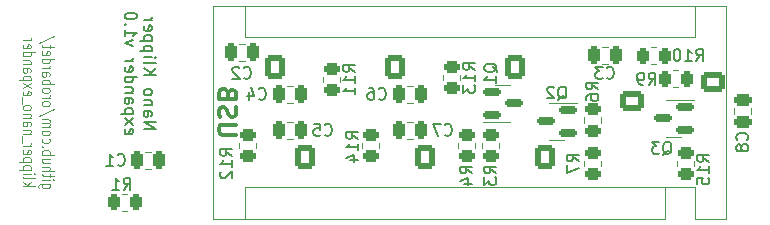
<source format=gbo>
G04 #@! TF.GenerationSoftware,KiCad,Pcbnew,(6.0.4)*
G04 #@! TF.CreationDate,2022-06-19T17:23:47+02:00*
G04 #@! TF.ProjectId,Klipper nano expander,4b6c6970-7065-4722-906e-616e6f206578,1.0*
G04 #@! TF.SameCoordinates,Original*
G04 #@! TF.FileFunction,Legend,Bot*
G04 #@! TF.FilePolarity,Positive*
%FSLAX46Y46*%
G04 Gerber Fmt 4.6, Leading zero omitted, Abs format (unit mm)*
G04 Created by KiCad (PCBNEW (6.0.4)) date 2022-06-19 17:23:47*
%MOMM*%
%LPD*%
G01*
G04 APERTURE LIST*
G04 Aperture macros list*
%AMRoundRect*
0 Rectangle with rounded corners*
0 $1 Rounding radius*
0 $2 $3 $4 $5 $6 $7 $8 $9 X,Y pos of 4 corners*
0 Add a 4 corners polygon primitive as box body*
4,1,4,$2,$3,$4,$5,$6,$7,$8,$9,$2,$3,0*
0 Add four circle primitives for the rounded corners*
1,1,$1+$1,$2,$3*
1,1,$1+$1,$4,$5*
1,1,$1+$1,$6,$7*
1,1,$1+$1,$8,$9*
0 Add four rect primitives between the rounded corners*
20,1,$1+$1,$2,$3,$4,$5,0*
20,1,$1+$1,$4,$5,$6,$7,0*
20,1,$1+$1,$6,$7,$8,$9,0*
20,1,$1+$1,$8,$9,$2,$3,0*%
G04 Aperture macros list end*
%ADD10C,0.100000*%
%ADD11C,0.200000*%
%ADD12C,0.300000*%
%ADD13C,0.150000*%
%ADD14C,0.120000*%
%ADD15RoundRect,0.250000X-0.600000X-0.750000X0.600000X-0.750000X0.600000X0.750000X-0.600000X0.750000X0*%
%ADD16O,1.700000X2.000000*%
%ADD17RoundRect,0.250000X-0.725000X0.600000X-0.725000X-0.600000X0.725000X-0.600000X0.725000X0.600000X0*%
%ADD18O,1.950000X1.700000*%
%ADD19C,2.000000*%
%ADD20C,2.500000*%
%ADD21RoundRect,0.250000X0.600000X0.750000X-0.600000X0.750000X-0.600000X-0.750000X0.600000X-0.750000X0*%
%ADD22R,2.600000X2.600000*%
%ADD23C,2.600000*%
%ADD24RoundRect,0.250000X-0.750000X0.600000X-0.750000X-0.600000X0.750000X-0.600000X0.750000X0.600000X0*%
%ADD25O,2.000000X1.700000*%
%ADD26RoundRect,0.250000X0.450000X-0.262500X0.450000X0.262500X-0.450000X0.262500X-0.450000X-0.262500X0*%
%ADD27RoundRect,0.250000X0.250000X0.475000X-0.250000X0.475000X-0.250000X-0.475000X0.250000X-0.475000X0*%
%ADD28RoundRect,0.250000X-0.250000X-0.475000X0.250000X-0.475000X0.250000X0.475000X-0.250000X0.475000X0*%
%ADD29RoundRect,0.150000X0.587500X0.150000X-0.587500X0.150000X-0.587500X-0.150000X0.587500X-0.150000X0*%
%ADD30RoundRect,0.250000X-0.450000X0.262500X-0.450000X-0.262500X0.450000X-0.262500X0.450000X0.262500X0*%
%ADD31RoundRect,0.250000X0.262500X0.450000X-0.262500X0.450000X-0.262500X-0.450000X0.262500X-0.450000X0*%
%ADD32RoundRect,0.250000X-0.262500X-0.450000X0.262500X-0.450000X0.262500X0.450000X-0.262500X0.450000X0*%
%ADD33C,1.780000*%
%ADD34R,1.600000X1.600000*%
%ADD35O,1.600000X1.600000*%
%ADD36RoundRect,0.250000X0.475000X-0.250000X0.475000X0.250000X-0.475000X0.250000X-0.475000X-0.250000X0*%
%ADD37RoundRect,0.150000X-0.587500X-0.150000X0.587500X-0.150000X0.587500X0.150000X-0.587500X0.150000X0*%
G04 APERTURE END LIST*
D10*
X121669285Y-98527428D02*
X120859761Y-98527428D01*
X120764523Y-98563142D01*
X120716904Y-98598857D01*
X120669285Y-98670285D01*
X120669285Y-98777428D01*
X120716904Y-98848857D01*
X121050238Y-98527428D02*
X121002619Y-98598857D01*
X121002619Y-98741714D01*
X121050238Y-98813142D01*
X121097857Y-98848857D01*
X121193095Y-98884571D01*
X121478809Y-98884571D01*
X121574047Y-98848857D01*
X121621666Y-98813142D01*
X121669285Y-98741714D01*
X121669285Y-98598857D01*
X121621666Y-98527428D01*
X121002619Y-98170285D02*
X121669285Y-98170285D01*
X122002619Y-98170285D02*
X121955000Y-98206000D01*
X121907380Y-98170285D01*
X121955000Y-98134571D01*
X122002619Y-98170285D01*
X121907380Y-98170285D01*
X121669285Y-97920285D02*
X121669285Y-97634571D01*
X122002619Y-97813142D02*
X121145476Y-97813142D01*
X121050238Y-97777428D01*
X121002619Y-97706000D01*
X121002619Y-97634571D01*
X121002619Y-97384571D02*
X122002619Y-97384571D01*
X121002619Y-97063142D02*
X121526428Y-97063142D01*
X121621666Y-97098857D01*
X121669285Y-97170285D01*
X121669285Y-97277428D01*
X121621666Y-97348857D01*
X121574047Y-97384571D01*
X121669285Y-96384571D02*
X121002619Y-96384571D01*
X121669285Y-96706000D02*
X121145476Y-96706000D01*
X121050238Y-96670285D01*
X121002619Y-96598857D01*
X121002619Y-96491714D01*
X121050238Y-96420285D01*
X121097857Y-96384571D01*
X121002619Y-96027428D02*
X122002619Y-96027428D01*
X121621666Y-96027428D02*
X121669285Y-95956000D01*
X121669285Y-95813142D01*
X121621666Y-95741714D01*
X121574047Y-95706000D01*
X121478809Y-95670285D01*
X121193095Y-95670285D01*
X121097857Y-95706000D01*
X121050238Y-95741714D01*
X121002619Y-95813142D01*
X121002619Y-95956000D01*
X121050238Y-96027428D01*
X121097857Y-95348857D02*
X121050238Y-95313142D01*
X121002619Y-95348857D01*
X121050238Y-95384571D01*
X121097857Y-95348857D01*
X121002619Y-95348857D01*
X121050238Y-94670285D02*
X121002619Y-94741714D01*
X121002619Y-94884571D01*
X121050238Y-94956000D01*
X121097857Y-94991714D01*
X121193095Y-95027428D01*
X121478809Y-95027428D01*
X121574047Y-94991714D01*
X121621666Y-94956000D01*
X121669285Y-94884571D01*
X121669285Y-94741714D01*
X121621666Y-94670285D01*
X121002619Y-94241714D02*
X121050238Y-94313142D01*
X121097857Y-94348857D01*
X121193095Y-94384571D01*
X121478809Y-94384571D01*
X121574047Y-94348857D01*
X121621666Y-94313142D01*
X121669285Y-94241714D01*
X121669285Y-94134571D01*
X121621666Y-94063142D01*
X121574047Y-94027428D01*
X121478809Y-93991714D01*
X121193095Y-93991714D01*
X121097857Y-94027428D01*
X121050238Y-94063142D01*
X121002619Y-94134571D01*
X121002619Y-94241714D01*
X121002619Y-93670285D02*
X121669285Y-93670285D01*
X121574047Y-93670285D02*
X121621666Y-93634571D01*
X121669285Y-93563142D01*
X121669285Y-93456000D01*
X121621666Y-93384571D01*
X121526428Y-93348857D01*
X121002619Y-93348857D01*
X121526428Y-93348857D02*
X121621666Y-93313142D01*
X121669285Y-93241714D01*
X121669285Y-93134571D01*
X121621666Y-93063142D01*
X121526428Y-93027428D01*
X121002619Y-93027428D01*
X122050238Y-92134571D02*
X120764523Y-92777428D01*
X121002619Y-91777428D02*
X121050238Y-91848857D01*
X121097857Y-91884571D01*
X121193095Y-91920285D01*
X121478809Y-91920285D01*
X121574047Y-91884571D01*
X121621666Y-91848857D01*
X121669285Y-91777428D01*
X121669285Y-91670285D01*
X121621666Y-91598857D01*
X121574047Y-91563142D01*
X121478809Y-91527428D01*
X121193095Y-91527428D01*
X121097857Y-91563142D01*
X121050238Y-91598857D01*
X121002619Y-91670285D01*
X121002619Y-91777428D01*
X121002619Y-91206000D02*
X121669285Y-91206000D01*
X121478809Y-91206000D02*
X121574047Y-91170285D01*
X121621666Y-91134571D01*
X121669285Y-91063142D01*
X121669285Y-90991714D01*
X121002619Y-90634571D02*
X121050238Y-90706000D01*
X121097857Y-90741714D01*
X121193095Y-90777428D01*
X121478809Y-90777428D01*
X121574047Y-90741714D01*
X121621666Y-90706000D01*
X121669285Y-90634571D01*
X121669285Y-90527428D01*
X121621666Y-90456000D01*
X121574047Y-90420285D01*
X121478809Y-90384571D01*
X121193095Y-90384571D01*
X121097857Y-90420285D01*
X121050238Y-90456000D01*
X121002619Y-90527428D01*
X121002619Y-90634571D01*
X121002619Y-90063142D02*
X122002619Y-90063142D01*
X121621666Y-90063142D02*
X121669285Y-89991714D01*
X121669285Y-89848857D01*
X121621666Y-89777428D01*
X121574047Y-89741714D01*
X121478809Y-89706000D01*
X121193095Y-89706000D01*
X121097857Y-89741714D01*
X121050238Y-89777428D01*
X121002619Y-89848857D01*
X121002619Y-89991714D01*
X121050238Y-90063142D01*
X121002619Y-89063142D02*
X121526428Y-89063142D01*
X121621666Y-89098857D01*
X121669285Y-89170285D01*
X121669285Y-89313142D01*
X121621666Y-89384571D01*
X121050238Y-89063142D02*
X121002619Y-89134571D01*
X121002619Y-89313142D01*
X121050238Y-89384571D01*
X121145476Y-89420285D01*
X121240714Y-89420285D01*
X121335952Y-89384571D01*
X121383571Y-89313142D01*
X121383571Y-89134571D01*
X121431190Y-89063142D01*
X121002619Y-88706000D02*
X121669285Y-88706000D01*
X121478809Y-88706000D02*
X121574047Y-88670285D01*
X121621666Y-88634571D01*
X121669285Y-88563142D01*
X121669285Y-88491714D01*
X121002619Y-87920285D02*
X122002619Y-87920285D01*
X121050238Y-87920285D02*
X121002619Y-87991714D01*
X121002619Y-88134571D01*
X121050238Y-88206000D01*
X121097857Y-88241714D01*
X121193095Y-88277428D01*
X121478809Y-88277428D01*
X121574047Y-88241714D01*
X121621666Y-88206000D01*
X121669285Y-88134571D01*
X121669285Y-87991714D01*
X121621666Y-87920285D01*
X121050238Y-87277428D02*
X121002619Y-87348857D01*
X121002619Y-87491714D01*
X121050238Y-87563142D01*
X121145476Y-87598857D01*
X121526428Y-87598857D01*
X121621666Y-87563142D01*
X121669285Y-87491714D01*
X121669285Y-87348857D01*
X121621666Y-87277428D01*
X121526428Y-87241714D01*
X121431190Y-87241714D01*
X121335952Y-87598857D01*
X121669285Y-87027428D02*
X121669285Y-86741714D01*
X122002619Y-86920285D02*
X121145476Y-86920285D01*
X121050238Y-86884571D01*
X121002619Y-86813142D01*
X121002619Y-86741714D01*
X122050238Y-85956000D02*
X120764523Y-86598857D01*
X119392619Y-98652428D02*
X120392619Y-98652428D01*
X119773571Y-98581000D02*
X119392619Y-98366714D01*
X120059285Y-98366714D02*
X119678333Y-98652428D01*
X119392619Y-97938142D02*
X119440238Y-98009571D01*
X119535476Y-98045285D01*
X120392619Y-98045285D01*
X119392619Y-97652428D02*
X120059285Y-97652428D01*
X120392619Y-97652428D02*
X120345000Y-97688142D01*
X120297380Y-97652428D01*
X120345000Y-97616714D01*
X120392619Y-97652428D01*
X120297380Y-97652428D01*
X120059285Y-97295285D02*
X119059285Y-97295285D01*
X120011666Y-97295285D02*
X120059285Y-97223857D01*
X120059285Y-97081000D01*
X120011666Y-97009571D01*
X119964047Y-96973857D01*
X119868809Y-96938142D01*
X119583095Y-96938142D01*
X119487857Y-96973857D01*
X119440238Y-97009571D01*
X119392619Y-97081000D01*
X119392619Y-97223857D01*
X119440238Y-97295285D01*
X120059285Y-96616714D02*
X119059285Y-96616714D01*
X120011666Y-96616714D02*
X120059285Y-96545285D01*
X120059285Y-96402428D01*
X120011666Y-96331000D01*
X119964047Y-96295285D01*
X119868809Y-96259571D01*
X119583095Y-96259571D01*
X119487857Y-96295285D01*
X119440238Y-96331000D01*
X119392619Y-96402428D01*
X119392619Y-96545285D01*
X119440238Y-96616714D01*
X119440238Y-95652428D02*
X119392619Y-95723857D01*
X119392619Y-95866714D01*
X119440238Y-95938142D01*
X119535476Y-95973857D01*
X119916428Y-95973857D01*
X120011666Y-95938142D01*
X120059285Y-95866714D01*
X120059285Y-95723857D01*
X120011666Y-95652428D01*
X119916428Y-95616714D01*
X119821190Y-95616714D01*
X119725952Y-95973857D01*
X119392619Y-95295285D02*
X120059285Y-95295285D01*
X119868809Y-95295285D02*
X119964047Y-95259571D01*
X120011666Y-95223857D01*
X120059285Y-95152428D01*
X120059285Y-95081000D01*
X119297380Y-95009571D02*
X119297380Y-94438142D01*
X120059285Y-94259571D02*
X119392619Y-94259571D01*
X119964047Y-94259571D02*
X120011666Y-94223857D01*
X120059285Y-94152428D01*
X120059285Y-94045285D01*
X120011666Y-93973857D01*
X119916428Y-93938142D01*
X119392619Y-93938142D01*
X119392619Y-93259571D02*
X119916428Y-93259571D01*
X120011666Y-93295285D01*
X120059285Y-93366714D01*
X120059285Y-93509571D01*
X120011666Y-93581000D01*
X119440238Y-93259571D02*
X119392619Y-93331000D01*
X119392619Y-93509571D01*
X119440238Y-93581000D01*
X119535476Y-93616714D01*
X119630714Y-93616714D01*
X119725952Y-93581000D01*
X119773571Y-93509571D01*
X119773571Y-93331000D01*
X119821190Y-93259571D01*
X120059285Y-92902428D02*
X119392619Y-92902428D01*
X119964047Y-92902428D02*
X120011666Y-92866714D01*
X120059285Y-92795285D01*
X120059285Y-92688142D01*
X120011666Y-92616714D01*
X119916428Y-92581000D01*
X119392619Y-92581000D01*
X119392619Y-92116714D02*
X119440238Y-92188142D01*
X119487857Y-92223857D01*
X119583095Y-92259571D01*
X119868809Y-92259571D01*
X119964047Y-92223857D01*
X120011666Y-92188142D01*
X120059285Y-92116714D01*
X120059285Y-92009571D01*
X120011666Y-91938142D01*
X119964047Y-91902428D01*
X119868809Y-91866714D01*
X119583095Y-91866714D01*
X119487857Y-91902428D01*
X119440238Y-91938142D01*
X119392619Y-92009571D01*
X119392619Y-92116714D01*
X119297380Y-91723857D02*
X119297380Y-91152428D01*
X119440238Y-90688142D02*
X119392619Y-90759571D01*
X119392619Y-90902428D01*
X119440238Y-90973857D01*
X119535476Y-91009571D01*
X119916428Y-91009571D01*
X120011666Y-90973857D01*
X120059285Y-90902428D01*
X120059285Y-90759571D01*
X120011666Y-90688142D01*
X119916428Y-90652428D01*
X119821190Y-90652428D01*
X119725952Y-91009571D01*
X119392619Y-90402428D02*
X120059285Y-90009571D01*
X120059285Y-90402428D02*
X119392619Y-90009571D01*
X120059285Y-89723857D02*
X119059285Y-89723857D01*
X120011666Y-89723857D02*
X120059285Y-89652428D01*
X120059285Y-89509571D01*
X120011666Y-89438142D01*
X119964047Y-89402428D01*
X119868809Y-89366714D01*
X119583095Y-89366714D01*
X119487857Y-89402428D01*
X119440238Y-89438142D01*
X119392619Y-89509571D01*
X119392619Y-89652428D01*
X119440238Y-89723857D01*
X119392619Y-88723857D02*
X119916428Y-88723857D01*
X120011666Y-88759571D01*
X120059285Y-88831000D01*
X120059285Y-88973857D01*
X120011666Y-89045285D01*
X119440238Y-88723857D02*
X119392619Y-88795285D01*
X119392619Y-88973857D01*
X119440238Y-89045285D01*
X119535476Y-89081000D01*
X119630714Y-89081000D01*
X119725952Y-89045285D01*
X119773571Y-88973857D01*
X119773571Y-88795285D01*
X119821190Y-88723857D01*
X120059285Y-88366714D02*
X119392619Y-88366714D01*
X119964047Y-88366714D02*
X120011666Y-88331000D01*
X120059285Y-88259571D01*
X120059285Y-88152428D01*
X120011666Y-88081000D01*
X119916428Y-88045285D01*
X119392619Y-88045285D01*
X119392619Y-87366714D02*
X120392619Y-87366714D01*
X119440238Y-87366714D02*
X119392619Y-87438142D01*
X119392619Y-87581000D01*
X119440238Y-87652428D01*
X119487857Y-87688142D01*
X119583095Y-87723857D01*
X119868809Y-87723857D01*
X119964047Y-87688142D01*
X120011666Y-87652428D01*
X120059285Y-87581000D01*
X120059285Y-87438142D01*
X120011666Y-87366714D01*
X119440238Y-86723857D02*
X119392619Y-86795285D01*
X119392619Y-86938142D01*
X119440238Y-87009571D01*
X119535476Y-87045285D01*
X119916428Y-87045285D01*
X120011666Y-87009571D01*
X120059285Y-86938142D01*
X120059285Y-86795285D01*
X120011666Y-86723857D01*
X119916428Y-86688142D01*
X119821190Y-86688142D01*
X119725952Y-87045285D01*
X119392619Y-86366714D02*
X120059285Y-86366714D01*
X119868809Y-86366714D02*
X119964047Y-86331000D01*
X120011666Y-86295285D01*
X120059285Y-86223857D01*
X120059285Y-86152428D01*
D11*
X129638619Y-93820666D02*
X130638619Y-93820666D01*
X129638619Y-93249238D01*
X130638619Y-93249238D01*
X129638619Y-92344476D02*
X130162428Y-92344476D01*
X130257666Y-92392095D01*
X130305285Y-92487333D01*
X130305285Y-92677809D01*
X130257666Y-92773047D01*
X129686238Y-92344476D02*
X129638619Y-92439714D01*
X129638619Y-92677809D01*
X129686238Y-92773047D01*
X129781476Y-92820666D01*
X129876714Y-92820666D01*
X129971952Y-92773047D01*
X130019571Y-92677809D01*
X130019571Y-92439714D01*
X130067190Y-92344476D01*
X130305285Y-91868285D02*
X129638619Y-91868285D01*
X130210047Y-91868285D02*
X130257666Y-91820666D01*
X130305285Y-91725428D01*
X130305285Y-91582571D01*
X130257666Y-91487333D01*
X130162428Y-91439714D01*
X129638619Y-91439714D01*
X129638619Y-90820666D02*
X129686238Y-90915904D01*
X129733857Y-90963523D01*
X129829095Y-91011142D01*
X130114809Y-91011142D01*
X130210047Y-90963523D01*
X130257666Y-90915904D01*
X130305285Y-90820666D01*
X130305285Y-90677809D01*
X130257666Y-90582571D01*
X130210047Y-90534952D01*
X130114809Y-90487333D01*
X129829095Y-90487333D01*
X129733857Y-90534952D01*
X129686238Y-90582571D01*
X129638619Y-90677809D01*
X129638619Y-90820666D01*
X129638619Y-89296857D02*
X130638619Y-89296857D01*
X129638619Y-88725428D02*
X130210047Y-89154000D01*
X130638619Y-88725428D02*
X130067190Y-89296857D01*
X129638619Y-88154000D02*
X129686238Y-88249238D01*
X129781476Y-88296857D01*
X130638619Y-88296857D01*
X129638619Y-87773047D02*
X130305285Y-87773047D01*
X130638619Y-87773047D02*
X130591000Y-87820666D01*
X130543380Y-87773047D01*
X130591000Y-87725428D01*
X130638619Y-87773047D01*
X130543380Y-87773047D01*
X130305285Y-87296857D02*
X129305285Y-87296857D01*
X130257666Y-87296857D02*
X130305285Y-87201619D01*
X130305285Y-87011142D01*
X130257666Y-86915904D01*
X130210047Y-86868285D01*
X130114809Y-86820666D01*
X129829095Y-86820666D01*
X129733857Y-86868285D01*
X129686238Y-86915904D01*
X129638619Y-87011142D01*
X129638619Y-87201619D01*
X129686238Y-87296857D01*
X130305285Y-86392095D02*
X129305285Y-86392095D01*
X130257666Y-86392095D02*
X130305285Y-86296857D01*
X130305285Y-86106380D01*
X130257666Y-86011142D01*
X130210047Y-85963523D01*
X130114809Y-85915904D01*
X129829095Y-85915904D01*
X129733857Y-85963523D01*
X129686238Y-86011142D01*
X129638619Y-86106380D01*
X129638619Y-86296857D01*
X129686238Y-86392095D01*
X129686238Y-85106380D02*
X129638619Y-85201619D01*
X129638619Y-85392095D01*
X129686238Y-85487333D01*
X129781476Y-85534952D01*
X130162428Y-85534952D01*
X130257666Y-85487333D01*
X130305285Y-85392095D01*
X130305285Y-85201619D01*
X130257666Y-85106380D01*
X130162428Y-85058761D01*
X130067190Y-85058761D01*
X129971952Y-85534952D01*
X129638619Y-84630190D02*
X130305285Y-84630190D01*
X130114809Y-84630190D02*
X130210047Y-84582571D01*
X130257666Y-84534952D01*
X130305285Y-84439714D01*
X130305285Y-84344476D01*
X128076238Y-93868285D02*
X128028619Y-93963523D01*
X128028619Y-94154000D01*
X128076238Y-94249238D01*
X128171476Y-94296857D01*
X128552428Y-94296857D01*
X128647666Y-94249238D01*
X128695285Y-94154000D01*
X128695285Y-93963523D01*
X128647666Y-93868285D01*
X128552428Y-93820666D01*
X128457190Y-93820666D01*
X128361952Y-94296857D01*
X128028619Y-93487333D02*
X128695285Y-92963523D01*
X128695285Y-93487333D02*
X128028619Y-92963523D01*
X128695285Y-92582571D02*
X127695285Y-92582571D01*
X128647666Y-92582571D02*
X128695285Y-92487333D01*
X128695285Y-92296857D01*
X128647666Y-92201619D01*
X128600047Y-92154000D01*
X128504809Y-92106380D01*
X128219095Y-92106380D01*
X128123857Y-92154000D01*
X128076238Y-92201619D01*
X128028619Y-92296857D01*
X128028619Y-92487333D01*
X128076238Y-92582571D01*
X128028619Y-91249238D02*
X128552428Y-91249238D01*
X128647666Y-91296857D01*
X128695285Y-91392095D01*
X128695285Y-91582571D01*
X128647666Y-91677809D01*
X128076238Y-91249238D02*
X128028619Y-91344476D01*
X128028619Y-91582571D01*
X128076238Y-91677809D01*
X128171476Y-91725428D01*
X128266714Y-91725428D01*
X128361952Y-91677809D01*
X128409571Y-91582571D01*
X128409571Y-91344476D01*
X128457190Y-91249238D01*
X128695285Y-90773047D02*
X128028619Y-90773047D01*
X128600047Y-90773047D02*
X128647666Y-90725428D01*
X128695285Y-90630190D01*
X128695285Y-90487333D01*
X128647666Y-90392095D01*
X128552428Y-90344476D01*
X128028619Y-90344476D01*
X128028619Y-89439714D02*
X129028619Y-89439714D01*
X128076238Y-89439714D02*
X128028619Y-89534952D01*
X128028619Y-89725428D01*
X128076238Y-89820666D01*
X128123857Y-89868285D01*
X128219095Y-89915904D01*
X128504809Y-89915904D01*
X128600047Y-89868285D01*
X128647666Y-89820666D01*
X128695285Y-89725428D01*
X128695285Y-89534952D01*
X128647666Y-89439714D01*
X128076238Y-88582571D02*
X128028619Y-88677809D01*
X128028619Y-88868285D01*
X128076238Y-88963523D01*
X128171476Y-89011142D01*
X128552428Y-89011142D01*
X128647666Y-88963523D01*
X128695285Y-88868285D01*
X128695285Y-88677809D01*
X128647666Y-88582571D01*
X128552428Y-88534952D01*
X128457190Y-88534952D01*
X128361952Y-89011142D01*
X128028619Y-88106380D02*
X128695285Y-88106380D01*
X128504809Y-88106380D02*
X128600047Y-88058761D01*
X128647666Y-88011142D01*
X128695285Y-87915904D01*
X128695285Y-87820666D01*
X128695285Y-86820666D02*
X128028619Y-86582571D01*
X128695285Y-86344476D01*
X128028619Y-85439714D02*
X128028619Y-86011142D01*
X128028619Y-85725428D02*
X129028619Y-85725428D01*
X128885761Y-85820666D01*
X128790523Y-85915904D01*
X128742904Y-86011142D01*
X128123857Y-85011142D02*
X128076238Y-84963523D01*
X128028619Y-85011142D01*
X128076238Y-85058761D01*
X128123857Y-85011142D01*
X128028619Y-85011142D01*
X129028619Y-84344476D02*
X129028619Y-84249238D01*
X128981000Y-84154000D01*
X128933380Y-84106380D01*
X128838142Y-84058761D01*
X128647666Y-84011142D01*
X128409571Y-84011142D01*
X128219095Y-84058761D01*
X128123857Y-84106380D01*
X128076238Y-84154000D01*
X128028619Y-84249238D01*
X128028619Y-84344476D01*
X128076238Y-84439714D01*
X128123857Y-84487333D01*
X128219095Y-84534952D01*
X128409571Y-84582571D01*
X128647666Y-84582571D01*
X128838142Y-84534952D01*
X128933380Y-84487333D01*
X128981000Y-84439714D01*
X129028619Y-84344476D01*
D12*
X137473428Y-94348857D02*
X136259142Y-94348857D01*
X136116285Y-94277428D01*
X136044857Y-94206000D01*
X135973428Y-94063142D01*
X135973428Y-93777428D01*
X136044857Y-93634571D01*
X136116285Y-93563142D01*
X136259142Y-93491714D01*
X137473428Y-93491714D01*
X136044857Y-92848857D02*
X135973428Y-92634571D01*
X135973428Y-92277428D01*
X136044857Y-92134571D01*
X136116285Y-92063142D01*
X136259142Y-91991714D01*
X136402000Y-91991714D01*
X136544857Y-92063142D01*
X136616285Y-92134571D01*
X136687714Y-92277428D01*
X136759142Y-92563142D01*
X136830571Y-92706000D01*
X136902000Y-92777428D01*
X137044857Y-92848857D01*
X137187714Y-92848857D01*
X137330571Y-92777428D01*
X137402000Y-92706000D01*
X137473428Y-92563142D01*
X137473428Y-92206000D01*
X137402000Y-91991714D01*
X136759142Y-90848857D02*
X136687714Y-90634571D01*
X136616285Y-90563142D01*
X136473428Y-90491714D01*
X136259142Y-90491714D01*
X136116285Y-90563142D01*
X136044857Y-90634571D01*
X135973428Y-90777428D01*
X135973428Y-91348857D01*
X137473428Y-91348857D01*
X137473428Y-90848857D01*
X137402000Y-90706000D01*
X137330571Y-90634571D01*
X137187714Y-90563142D01*
X137044857Y-90563142D01*
X136902000Y-90634571D01*
X136830571Y-90706000D01*
X136759142Y-90848857D01*
X136759142Y-91348857D01*
D13*
X157424380Y-97623333D02*
X156948190Y-97290000D01*
X157424380Y-97051904D02*
X156424380Y-97051904D01*
X156424380Y-97432857D01*
X156472000Y-97528095D01*
X156519619Y-97575714D01*
X156614857Y-97623333D01*
X156757714Y-97623333D01*
X156852952Y-97575714D01*
X156900571Y-97528095D01*
X156948190Y-97432857D01*
X156948190Y-97051904D01*
X156757714Y-98480476D02*
X157424380Y-98480476D01*
X156376761Y-98242380D02*
X157091047Y-98004285D01*
X157091047Y-98623333D01*
X144946666Y-94337142D02*
X144994285Y-94384761D01*
X145137142Y-94432380D01*
X145232380Y-94432380D01*
X145375238Y-94384761D01*
X145470476Y-94289523D01*
X145518095Y-94194285D01*
X145565714Y-94003809D01*
X145565714Y-93860952D01*
X145518095Y-93670476D01*
X145470476Y-93575238D01*
X145375238Y-93480000D01*
X145232380Y-93432380D01*
X145137142Y-93432380D01*
X144994285Y-93480000D01*
X144946666Y-93527619D01*
X144041904Y-93432380D02*
X144518095Y-93432380D01*
X144565714Y-93908571D01*
X144518095Y-93860952D01*
X144422857Y-93813333D01*
X144184761Y-93813333D01*
X144089523Y-93860952D01*
X144041904Y-93908571D01*
X143994285Y-94003809D01*
X143994285Y-94241904D01*
X144041904Y-94337142D01*
X144089523Y-94384761D01*
X144184761Y-94432380D01*
X144422857Y-94432380D01*
X144518095Y-94384761D01*
X144565714Y-94337142D01*
X149518666Y-91289142D02*
X149566285Y-91336761D01*
X149709142Y-91384380D01*
X149804380Y-91384380D01*
X149947238Y-91336761D01*
X150042476Y-91241523D01*
X150090095Y-91146285D01*
X150137714Y-90955809D01*
X150137714Y-90812952D01*
X150090095Y-90622476D01*
X150042476Y-90527238D01*
X149947238Y-90432000D01*
X149804380Y-90384380D01*
X149709142Y-90384380D01*
X149566285Y-90432000D01*
X149518666Y-90479619D01*
X148661523Y-90384380D02*
X148852000Y-90384380D01*
X148947238Y-90432000D01*
X148994857Y-90479619D01*
X149090095Y-90622476D01*
X149137714Y-90812952D01*
X149137714Y-91193904D01*
X149090095Y-91289142D01*
X149042476Y-91336761D01*
X148947238Y-91384380D01*
X148756761Y-91384380D01*
X148661523Y-91336761D01*
X148613904Y-91289142D01*
X148566285Y-91193904D01*
X148566285Y-90955809D01*
X148613904Y-90860571D01*
X148661523Y-90812952D01*
X148756761Y-90765333D01*
X148947238Y-90765333D01*
X149042476Y-90812952D01*
X149090095Y-90860571D01*
X149137714Y-90955809D01*
X164687238Y-91365619D02*
X164782476Y-91318000D01*
X164877714Y-91222761D01*
X165020571Y-91079904D01*
X165115809Y-91032285D01*
X165211047Y-91032285D01*
X165163428Y-91270380D02*
X165258666Y-91222761D01*
X165353904Y-91127523D01*
X165401523Y-90937047D01*
X165401523Y-90603714D01*
X165353904Y-90413238D01*
X165258666Y-90318000D01*
X165163428Y-90270380D01*
X164972952Y-90270380D01*
X164877714Y-90318000D01*
X164782476Y-90413238D01*
X164734857Y-90603714D01*
X164734857Y-90937047D01*
X164782476Y-91127523D01*
X164877714Y-91222761D01*
X164972952Y-91270380D01*
X165163428Y-91270380D01*
X164353904Y-90365619D02*
X164306285Y-90318000D01*
X164211047Y-90270380D01*
X163972952Y-90270380D01*
X163877714Y-90318000D01*
X163830095Y-90365619D01*
X163782476Y-90460857D01*
X163782476Y-90556095D01*
X163830095Y-90698952D01*
X164401523Y-91270380D01*
X163782476Y-91270380D01*
X177490380Y-96639142D02*
X177014190Y-96305809D01*
X177490380Y-96067714D02*
X176490380Y-96067714D01*
X176490380Y-96448666D01*
X176538000Y-96543904D01*
X176585619Y-96591523D01*
X176680857Y-96639142D01*
X176823714Y-96639142D01*
X176918952Y-96591523D01*
X176966571Y-96543904D01*
X177014190Y-96448666D01*
X177014190Y-96067714D01*
X177490380Y-97591523D02*
X177490380Y-97020095D01*
X177490380Y-97305809D02*
X176490380Y-97305809D01*
X176633238Y-97210571D01*
X176728476Y-97115333D01*
X176776095Y-97020095D01*
X176490380Y-98496285D02*
X176490380Y-98020095D01*
X176966571Y-97972476D01*
X176918952Y-98020095D01*
X176871333Y-98115333D01*
X176871333Y-98353428D01*
X176918952Y-98448666D01*
X176966571Y-98496285D01*
X177061809Y-98543904D01*
X177299904Y-98543904D01*
X177395142Y-98496285D01*
X177442761Y-98448666D01*
X177490380Y-98353428D01*
X177490380Y-98115333D01*
X177442761Y-98020095D01*
X177395142Y-97972476D01*
X147772380Y-94710642D02*
X147296190Y-94377309D01*
X147772380Y-94139214D02*
X146772380Y-94139214D01*
X146772380Y-94520166D01*
X146820000Y-94615404D01*
X146867619Y-94663023D01*
X146962857Y-94710642D01*
X147105714Y-94710642D01*
X147200952Y-94663023D01*
X147248571Y-94615404D01*
X147296190Y-94520166D01*
X147296190Y-94139214D01*
X147772380Y-95663023D02*
X147772380Y-95091595D01*
X147772380Y-95377309D02*
X146772380Y-95377309D01*
X146915238Y-95282071D01*
X147010476Y-95186833D01*
X147058095Y-95091595D01*
X147105714Y-96520166D02*
X147772380Y-96520166D01*
X146724761Y-96282071D02*
X147439047Y-96043976D01*
X147439047Y-96663023D01*
X176392979Y-88110101D02*
X176726312Y-87633911D01*
X176964407Y-88110101D02*
X176964407Y-87110101D01*
X176583455Y-87110101D01*
X176488217Y-87157721D01*
X176440598Y-87205340D01*
X176392979Y-87300578D01*
X176392979Y-87443435D01*
X176440598Y-87538673D01*
X176488217Y-87586292D01*
X176583455Y-87633911D01*
X176964407Y-87633911D01*
X175440598Y-88110101D02*
X176012026Y-88110101D01*
X175726312Y-88110101D02*
X175726312Y-87110101D01*
X175821550Y-87252959D01*
X175916788Y-87348197D01*
X176012026Y-87395816D01*
X174821550Y-87110101D02*
X174726312Y-87110101D01*
X174631074Y-87157721D01*
X174583455Y-87205340D01*
X174535836Y-87300578D01*
X174488217Y-87491054D01*
X174488217Y-87729149D01*
X174535836Y-87919625D01*
X174583455Y-88014863D01*
X174631074Y-88062482D01*
X174726312Y-88110101D01*
X174821550Y-88110101D01*
X174916788Y-88062482D01*
X174964407Y-88014863D01*
X175012026Y-87919625D01*
X175059645Y-87729149D01*
X175059645Y-87491054D01*
X175012026Y-87300578D01*
X174964407Y-87205340D01*
X174916788Y-87157721D01*
X174821550Y-87110101D01*
X168092380Y-90511333D02*
X167616190Y-90178000D01*
X168092380Y-89939904D02*
X167092380Y-89939904D01*
X167092380Y-90320857D01*
X167140000Y-90416095D01*
X167187619Y-90463714D01*
X167282857Y-90511333D01*
X167425714Y-90511333D01*
X167520952Y-90463714D01*
X167568571Y-90416095D01*
X167616190Y-90320857D01*
X167616190Y-89939904D01*
X167092380Y-91368476D02*
X167092380Y-91178000D01*
X167140000Y-91082761D01*
X167187619Y-91035142D01*
X167330476Y-90939904D01*
X167520952Y-90892285D01*
X167901904Y-90892285D01*
X167997142Y-90939904D01*
X168044761Y-90987523D01*
X168092380Y-91082761D01*
X168092380Y-91273238D01*
X168044761Y-91368476D01*
X167997142Y-91416095D01*
X167901904Y-91463714D01*
X167663809Y-91463714D01*
X167568571Y-91416095D01*
X167520952Y-91368476D01*
X167473333Y-91273238D01*
X167473333Y-91082761D01*
X167520952Y-90987523D01*
X167568571Y-90939904D01*
X167663809Y-90892285D01*
X168822666Y-89511142D02*
X168870285Y-89558761D01*
X169013142Y-89606380D01*
X169108380Y-89606380D01*
X169251238Y-89558761D01*
X169346476Y-89463523D01*
X169394095Y-89368285D01*
X169441714Y-89177809D01*
X169441714Y-89034952D01*
X169394095Y-88844476D01*
X169346476Y-88749238D01*
X169251238Y-88654000D01*
X169108380Y-88606380D01*
X169013142Y-88606380D01*
X168870285Y-88654000D01*
X168822666Y-88701619D01*
X168489333Y-88606380D02*
X167870285Y-88606380D01*
X168203619Y-88987333D01*
X168060761Y-88987333D01*
X167965523Y-89034952D01*
X167917904Y-89082571D01*
X167870285Y-89177809D01*
X167870285Y-89415904D01*
X167917904Y-89511142D01*
X167965523Y-89558761D01*
X168060761Y-89606380D01*
X168346476Y-89606380D01*
X168441714Y-89558761D01*
X168489333Y-89511142D01*
X172378666Y-90114380D02*
X172712000Y-89638190D01*
X172950095Y-90114380D02*
X172950095Y-89114380D01*
X172569142Y-89114380D01*
X172473904Y-89162000D01*
X172426285Y-89209619D01*
X172378666Y-89304857D01*
X172378666Y-89447714D01*
X172426285Y-89542952D01*
X172473904Y-89590571D01*
X172569142Y-89638190D01*
X172950095Y-89638190D01*
X171902476Y-90114380D02*
X171712000Y-90114380D01*
X171616761Y-90066761D01*
X171569142Y-90019142D01*
X171473904Y-89876285D01*
X171426285Y-89685809D01*
X171426285Y-89304857D01*
X171473904Y-89209619D01*
X171521523Y-89162000D01*
X171616761Y-89114380D01*
X171807238Y-89114380D01*
X171902476Y-89162000D01*
X171950095Y-89209619D01*
X171997714Y-89304857D01*
X171997714Y-89542952D01*
X171950095Y-89638190D01*
X171902476Y-89685809D01*
X171807238Y-89733428D01*
X171616761Y-89733428D01*
X171521523Y-89685809D01*
X171473904Y-89638190D01*
X171426285Y-89542952D01*
X138088666Y-89511142D02*
X138136285Y-89558761D01*
X138279142Y-89606380D01*
X138374380Y-89606380D01*
X138517238Y-89558761D01*
X138612476Y-89463523D01*
X138660095Y-89368285D01*
X138707714Y-89177809D01*
X138707714Y-89034952D01*
X138660095Y-88844476D01*
X138612476Y-88749238D01*
X138517238Y-88654000D01*
X138374380Y-88606380D01*
X138279142Y-88606380D01*
X138136285Y-88654000D01*
X138088666Y-88701619D01*
X137707714Y-88701619D02*
X137660095Y-88654000D01*
X137564857Y-88606380D01*
X137326761Y-88606380D01*
X137231523Y-88654000D01*
X137183904Y-88701619D01*
X137136285Y-88796857D01*
X137136285Y-88892095D01*
X137183904Y-89034952D01*
X137755333Y-89606380D01*
X137136285Y-89606380D01*
X159456380Y-97623333D02*
X158980190Y-97290000D01*
X159456380Y-97051904D02*
X158456380Y-97051904D01*
X158456380Y-97432857D01*
X158504000Y-97528095D01*
X158551619Y-97575714D01*
X158646857Y-97623333D01*
X158789714Y-97623333D01*
X158884952Y-97575714D01*
X158932571Y-97528095D01*
X158980190Y-97432857D01*
X158980190Y-97051904D01*
X158456380Y-97956666D02*
X158456380Y-98575714D01*
X158837333Y-98242380D01*
X158837333Y-98385238D01*
X158884952Y-98480476D01*
X158932571Y-98528095D01*
X159027809Y-98575714D01*
X159265904Y-98575714D01*
X159361142Y-98528095D01*
X159408761Y-98480476D01*
X159456380Y-98385238D01*
X159456380Y-98099523D01*
X159408761Y-98004285D01*
X159361142Y-97956666D01*
X137104380Y-96131142D02*
X136628190Y-95797809D01*
X137104380Y-95559714D02*
X136104380Y-95559714D01*
X136104380Y-95940666D01*
X136152000Y-96035904D01*
X136199619Y-96083523D01*
X136294857Y-96131142D01*
X136437714Y-96131142D01*
X136532952Y-96083523D01*
X136580571Y-96035904D01*
X136628190Y-95940666D01*
X136628190Y-95559714D01*
X137104380Y-97083523D02*
X137104380Y-96512095D01*
X137104380Y-96797809D02*
X136104380Y-96797809D01*
X136247238Y-96702571D01*
X136342476Y-96607333D01*
X136390095Y-96512095D01*
X136199619Y-97464476D02*
X136152000Y-97512095D01*
X136104380Y-97607333D01*
X136104380Y-97845428D01*
X136152000Y-97940666D01*
X136199619Y-97988285D01*
X136294857Y-98035904D01*
X136390095Y-98035904D01*
X136532952Y-97988285D01*
X137104380Y-97416857D01*
X137104380Y-98035904D01*
X180697142Y-94789333D02*
X180744761Y-94741714D01*
X180792380Y-94598857D01*
X180792380Y-94503619D01*
X180744761Y-94360761D01*
X180649523Y-94265523D01*
X180554285Y-94217904D01*
X180363809Y-94170285D01*
X180220952Y-94170285D01*
X180030476Y-94217904D01*
X179935238Y-94265523D01*
X179840000Y-94360761D01*
X179792380Y-94503619D01*
X179792380Y-94598857D01*
X179840000Y-94741714D01*
X179887619Y-94789333D01*
X180220952Y-95360761D02*
X180173333Y-95265523D01*
X180125714Y-95217904D01*
X180030476Y-95170285D01*
X179982857Y-95170285D01*
X179887619Y-95217904D01*
X179840000Y-95265523D01*
X179792380Y-95360761D01*
X179792380Y-95551238D01*
X179840000Y-95646476D01*
X179887619Y-95694095D01*
X179982857Y-95741714D01*
X180030476Y-95741714D01*
X180125714Y-95694095D01*
X180173333Y-95646476D01*
X180220952Y-95551238D01*
X180220952Y-95360761D01*
X180268571Y-95265523D01*
X180316190Y-95217904D01*
X180411428Y-95170285D01*
X180601904Y-95170285D01*
X180697142Y-95217904D01*
X180744761Y-95265523D01*
X180792380Y-95360761D01*
X180792380Y-95551238D01*
X180744761Y-95646476D01*
X180697142Y-95694095D01*
X180601904Y-95741714D01*
X180411428Y-95741714D01*
X180316190Y-95694095D01*
X180268571Y-95646476D01*
X180220952Y-95551238D01*
X173577238Y-96051619D02*
X173672476Y-96004000D01*
X173767714Y-95908761D01*
X173910571Y-95765904D01*
X174005809Y-95718285D01*
X174101047Y-95718285D01*
X174053428Y-95956380D02*
X174148666Y-95908761D01*
X174243904Y-95813523D01*
X174291523Y-95623047D01*
X174291523Y-95289714D01*
X174243904Y-95099238D01*
X174148666Y-95004000D01*
X174053428Y-94956380D01*
X173862952Y-94956380D01*
X173767714Y-95004000D01*
X173672476Y-95099238D01*
X173624857Y-95289714D01*
X173624857Y-95623047D01*
X173672476Y-95813523D01*
X173767714Y-95908761D01*
X173862952Y-95956380D01*
X174053428Y-95956380D01*
X173291523Y-94956380D02*
X172672476Y-94956380D01*
X173005809Y-95337333D01*
X172862952Y-95337333D01*
X172767714Y-95384952D01*
X172720095Y-95432571D01*
X172672476Y-95527809D01*
X172672476Y-95765904D01*
X172720095Y-95861142D01*
X172767714Y-95908761D01*
X172862952Y-95956380D01*
X173148666Y-95956380D01*
X173243904Y-95908761D01*
X173291523Y-95861142D01*
X147518380Y-89019142D02*
X147042190Y-88685809D01*
X147518380Y-88447714D02*
X146518380Y-88447714D01*
X146518380Y-88828666D01*
X146566000Y-88923904D01*
X146613619Y-88971523D01*
X146708857Y-89019142D01*
X146851714Y-89019142D01*
X146946952Y-88971523D01*
X146994571Y-88923904D01*
X147042190Y-88828666D01*
X147042190Y-88447714D01*
X147518380Y-89971523D02*
X147518380Y-89400095D01*
X147518380Y-89685809D02*
X146518380Y-89685809D01*
X146661238Y-89590571D01*
X146756476Y-89495333D01*
X146804095Y-89400095D01*
X147518380Y-90923904D02*
X147518380Y-90352476D01*
X147518380Y-90638190D02*
X146518380Y-90638190D01*
X146661238Y-90542952D01*
X146756476Y-90447714D01*
X146804095Y-90352476D01*
X127928666Y-99004380D02*
X128262000Y-98528190D01*
X128500095Y-99004380D02*
X128500095Y-98004380D01*
X128119142Y-98004380D01*
X128023904Y-98052000D01*
X127976285Y-98099619D01*
X127928666Y-98194857D01*
X127928666Y-98337714D01*
X127976285Y-98432952D01*
X128023904Y-98480571D01*
X128119142Y-98528190D01*
X128500095Y-98528190D01*
X126976285Y-99004380D02*
X127547714Y-99004380D01*
X127262000Y-99004380D02*
X127262000Y-98004380D01*
X127357238Y-98147238D01*
X127452476Y-98242476D01*
X127547714Y-98290095D01*
X159551619Y-89058761D02*
X159504000Y-88963523D01*
X159408761Y-88868285D01*
X159265904Y-88725428D01*
X159218285Y-88630190D01*
X159218285Y-88534952D01*
X159456380Y-88582571D02*
X159408761Y-88487333D01*
X159313523Y-88392095D01*
X159123047Y-88344476D01*
X158789714Y-88344476D01*
X158599238Y-88392095D01*
X158504000Y-88487333D01*
X158456380Y-88582571D01*
X158456380Y-88773047D01*
X158504000Y-88868285D01*
X158599238Y-88963523D01*
X158789714Y-89011142D01*
X159123047Y-89011142D01*
X159313523Y-88963523D01*
X159408761Y-88868285D01*
X159456380Y-88773047D01*
X159456380Y-88582571D01*
X159456380Y-89963523D02*
X159456380Y-89392095D01*
X159456380Y-89677809D02*
X158456380Y-89677809D01*
X158599238Y-89582571D01*
X158694476Y-89487333D01*
X158742095Y-89392095D01*
X127420666Y-96877142D02*
X127468285Y-96924761D01*
X127611142Y-96972380D01*
X127706380Y-96972380D01*
X127849238Y-96924761D01*
X127944476Y-96829523D01*
X127992095Y-96734285D01*
X128039714Y-96543809D01*
X128039714Y-96400952D01*
X127992095Y-96210476D01*
X127944476Y-96115238D01*
X127849238Y-96020000D01*
X127706380Y-95972380D01*
X127611142Y-95972380D01*
X127468285Y-96020000D01*
X127420666Y-96067619D01*
X126468285Y-96972380D02*
X127039714Y-96972380D01*
X126754000Y-96972380D02*
X126754000Y-95972380D01*
X126849238Y-96115238D01*
X126944476Y-96210476D01*
X127039714Y-96258095D01*
X157678380Y-88868642D02*
X157202190Y-88535309D01*
X157678380Y-88297214D02*
X156678380Y-88297214D01*
X156678380Y-88678166D01*
X156726000Y-88773404D01*
X156773619Y-88821023D01*
X156868857Y-88868642D01*
X157011714Y-88868642D01*
X157106952Y-88821023D01*
X157154571Y-88773404D01*
X157202190Y-88678166D01*
X157202190Y-88297214D01*
X157678380Y-89821023D02*
X157678380Y-89249595D01*
X157678380Y-89535309D02*
X156678380Y-89535309D01*
X156821238Y-89440071D01*
X156916476Y-89344833D01*
X156964095Y-89249595D01*
X156678380Y-90154357D02*
X156678380Y-90773404D01*
X157059333Y-90440071D01*
X157059333Y-90582928D01*
X157106952Y-90678166D01*
X157154571Y-90725785D01*
X157249809Y-90773404D01*
X157487904Y-90773404D01*
X157583142Y-90725785D01*
X157630761Y-90678166D01*
X157678380Y-90582928D01*
X157678380Y-90297214D01*
X157630761Y-90201976D01*
X157583142Y-90154357D01*
X139358666Y-91289142D02*
X139406285Y-91336761D01*
X139549142Y-91384380D01*
X139644380Y-91384380D01*
X139787238Y-91336761D01*
X139882476Y-91241523D01*
X139930095Y-91146285D01*
X139977714Y-90955809D01*
X139977714Y-90812952D01*
X139930095Y-90622476D01*
X139882476Y-90527238D01*
X139787238Y-90432000D01*
X139644380Y-90384380D01*
X139549142Y-90384380D01*
X139406285Y-90432000D01*
X139358666Y-90479619D01*
X138501523Y-90717714D02*
X138501523Y-91384380D01*
X138739619Y-90336761D02*
X138977714Y-91051047D01*
X138358666Y-91051047D01*
X155106666Y-94337142D02*
X155154285Y-94384761D01*
X155297142Y-94432380D01*
X155392380Y-94432380D01*
X155535238Y-94384761D01*
X155630476Y-94289523D01*
X155678095Y-94194285D01*
X155725714Y-94003809D01*
X155725714Y-93860952D01*
X155678095Y-93670476D01*
X155630476Y-93575238D01*
X155535238Y-93480000D01*
X155392380Y-93432380D01*
X155297142Y-93432380D01*
X155154285Y-93480000D01*
X155106666Y-93527619D01*
X154773333Y-93432380D02*
X154106666Y-93432380D01*
X154535238Y-94432380D01*
X166442380Y-96607333D02*
X165966190Y-96274000D01*
X166442380Y-96035904D02*
X165442380Y-96035904D01*
X165442380Y-96416857D01*
X165490000Y-96512095D01*
X165537619Y-96559714D01*
X165632857Y-96607333D01*
X165775714Y-96607333D01*
X165870952Y-96559714D01*
X165918571Y-96512095D01*
X165966190Y-96416857D01*
X165966190Y-96035904D01*
X165442380Y-96940666D02*
X165442380Y-97607333D01*
X166442380Y-97178761D01*
D14*
X157707000Y-95477064D02*
X157707000Y-95022936D01*
X156237000Y-95477064D02*
X156237000Y-95022936D01*
X142247252Y-94715000D02*
X141724748Y-94715000D01*
X142247252Y-93245000D02*
X141724748Y-93245000D01*
X151884748Y-90197000D02*
X152407252Y-90197000D01*
X151884748Y-91667000D02*
X152407252Y-91667000D01*
X164592000Y-91658000D02*
X166267000Y-91658000D01*
X164592000Y-91658000D02*
X163942000Y-91658000D01*
X164592000Y-94778000D02*
X165242000Y-94778000D01*
X164592000Y-94778000D02*
X163942000Y-94778000D01*
X176249000Y-96546936D02*
X176249000Y-97001064D01*
X174779000Y-96546936D02*
X174779000Y-97001064D01*
X148109000Y-95477064D02*
X148109000Y-95022936D01*
X149579000Y-95477064D02*
X149579000Y-95022936D01*
X173032686Y-86922721D02*
X172578558Y-86922721D01*
X173032686Y-88392721D02*
X172578558Y-88392721D01*
X168375000Y-93341564D02*
X168375000Y-92887436D01*
X166905000Y-93341564D02*
X166905000Y-92887436D01*
X168917252Y-86895000D02*
X168394748Y-86895000D01*
X168917252Y-88365000D02*
X168394748Y-88365000D01*
X174446436Y-90331000D02*
X174900564Y-90331000D01*
X174446436Y-88861000D02*
X174900564Y-88861000D01*
X137660748Y-88111000D02*
X138183252Y-88111000D01*
X137660748Y-86641000D02*
X138183252Y-86641000D01*
X159739000Y-95477064D02*
X159739000Y-95022936D01*
X158269000Y-95477064D02*
X158269000Y-95022936D01*
X137695000Y-95477064D02*
X137695000Y-95022936D01*
X139165000Y-95477064D02*
X139165000Y-95022936D01*
X178946000Y-83436000D02*
X178946000Y-101476000D01*
X176276000Y-86106000D02*
X176276000Y-83436000D01*
X173736000Y-98806000D02*
X138176000Y-98806000D01*
X178946000Y-101476000D02*
X176276000Y-101476000D01*
X173736000Y-98806000D02*
X173736000Y-101476000D01*
X176276000Y-98806000D02*
X176276000Y-101476000D01*
X138176000Y-98806000D02*
X138176000Y-101476000D01*
X173736000Y-98806000D02*
X176276000Y-98806000D01*
X138176000Y-86106000D02*
X138176000Y-83436000D01*
X135506000Y-83436000D02*
X178946000Y-83436000D01*
X135506000Y-101476000D02*
X135506000Y-83436000D01*
X176276000Y-86106000D02*
X138176000Y-86106000D01*
X173736000Y-101476000D02*
X135506000Y-101476000D01*
X179605000Y-92611252D02*
X179605000Y-92088748D01*
X181075000Y-92611252D02*
X181075000Y-92088748D01*
X174498000Y-91404000D02*
X176173000Y-91404000D01*
X174498000Y-91404000D02*
X173848000Y-91404000D01*
X174498000Y-94524000D02*
X175148000Y-94524000D01*
X174498000Y-94524000D02*
X173848000Y-94524000D01*
X146277000Y-89434936D02*
X146277000Y-89889064D01*
X144807000Y-89434936D02*
X144807000Y-89889064D01*
X127788936Y-99341000D02*
X128243064Y-99341000D01*
X127788936Y-100811000D02*
X128243064Y-100811000D01*
X160020000Y-93254000D02*
X158345000Y-93254000D01*
X160020000Y-90134000D02*
X160670000Y-90134000D01*
X160020000Y-90134000D02*
X159370000Y-90134000D01*
X160020000Y-93254000D02*
X160670000Y-93254000D01*
X129720748Y-97255000D02*
X130243252Y-97255000D01*
X129720748Y-95785000D02*
X130243252Y-95785000D01*
X156437000Y-89284436D02*
X156437000Y-89738564D01*
X154967000Y-89284436D02*
X154967000Y-89738564D01*
X141724748Y-91667000D02*
X142247252Y-91667000D01*
X141724748Y-90197000D02*
X142247252Y-90197000D01*
X152407252Y-94715000D02*
X151884748Y-94715000D01*
X152407252Y-93245000D02*
X151884748Y-93245000D01*
X168375000Y-96546936D02*
X168375000Y-97001064D01*
X166905000Y-96546936D02*
X166905000Y-97001064D01*
%LPC*%
D15*
X140716000Y-88646000D03*
D16*
X143216000Y-88646000D03*
D15*
X150916000Y-88646000D03*
D16*
X153416000Y-88646000D03*
D17*
X177817000Y-89916000D03*
D18*
X177817000Y-92416000D03*
X177817000Y-94916000D03*
D19*
X120396000Y-100076000D03*
X120396000Y-84836000D03*
D20*
X133096000Y-98351000D03*
X133096000Y-94691000D03*
X133096000Y-90221000D03*
X133096000Y-86561000D03*
D15*
X161036000Y-88646000D03*
D16*
X163536000Y-88646000D03*
D21*
X163576000Y-96266000D03*
D16*
X161076000Y-96266000D03*
D22*
X124714000Y-89916000D03*
D23*
X124714000Y-94996000D03*
D19*
X180594000Y-99822000D03*
D21*
X153416000Y-96266000D03*
D16*
X150916000Y-96266000D03*
D24*
X170959000Y-91460000D03*
D25*
X170959000Y-93960000D03*
D21*
X143256000Y-96266000D03*
D16*
X140756000Y-96266000D03*
D19*
X180594000Y-84836000D03*
D26*
X156972000Y-96162500D03*
X156972000Y-94337500D03*
D27*
X142936000Y-93980000D03*
X141036000Y-93980000D03*
D28*
X151196000Y-90932000D03*
X153096000Y-90932000D03*
D29*
X165529500Y-92268000D03*
X165529500Y-94168000D03*
X163654500Y-93218000D03*
D30*
X175514000Y-95861500D03*
X175514000Y-97686500D03*
D26*
X148844000Y-96162500D03*
X148844000Y-94337500D03*
D31*
X173718122Y-87657721D03*
X171893122Y-87657721D03*
D26*
X167640000Y-94027000D03*
X167640000Y-92202000D03*
D27*
X169606000Y-87630000D03*
X167706000Y-87630000D03*
D32*
X173761000Y-89596000D03*
X175586000Y-89596000D03*
D28*
X136972000Y-87376000D03*
X138872000Y-87376000D03*
D26*
X159004000Y-96162500D03*
X159004000Y-94337500D03*
X138430000Y-96162500D03*
X138430000Y-94337500D03*
D33*
X136906000Y-84836000D03*
X177546000Y-84836000D03*
X177546000Y-100076000D03*
X136906000Y-100076000D03*
D34*
X175006000Y-100076000D03*
D35*
X172466000Y-100076000D03*
X169926000Y-100076000D03*
X167386000Y-100076000D03*
X164846000Y-100076000D03*
X162306000Y-100076000D03*
X159766000Y-100076000D03*
X157226000Y-100076000D03*
X154686000Y-100076000D03*
X152146000Y-100076000D03*
X149606000Y-100076000D03*
X147066000Y-100076000D03*
X144526000Y-100076000D03*
X141986000Y-100076000D03*
X139446000Y-100076000D03*
X139446000Y-84836000D03*
X141986000Y-84836000D03*
X144526000Y-84836000D03*
X147066000Y-84836000D03*
X149606000Y-84836000D03*
X152146000Y-84836000D03*
X154686000Y-84836000D03*
X157226000Y-84836000D03*
X159766000Y-84836000D03*
X162306000Y-84836000D03*
X164846000Y-84836000D03*
X167386000Y-84836000D03*
X169926000Y-84836000D03*
X172466000Y-84836000D03*
X175006000Y-84836000D03*
D36*
X180340000Y-93300000D03*
X180340000Y-91400000D03*
D29*
X175435500Y-92014000D03*
X175435500Y-93914000D03*
X173560500Y-92964000D03*
D30*
X145542000Y-88749500D03*
X145542000Y-90574500D03*
D32*
X127103500Y-100076000D03*
X128928500Y-100076000D03*
D37*
X159082500Y-92644000D03*
X159082500Y-90744000D03*
X160957500Y-91694000D03*
D28*
X129032000Y-96520000D03*
X130932000Y-96520000D03*
D30*
X155702000Y-88599000D03*
X155702000Y-90424000D03*
D28*
X141036000Y-90932000D03*
X142936000Y-90932000D03*
D27*
X153096000Y-93980000D03*
X151196000Y-93980000D03*
D30*
X167640000Y-95861500D03*
X167640000Y-97686500D03*
M02*

</source>
